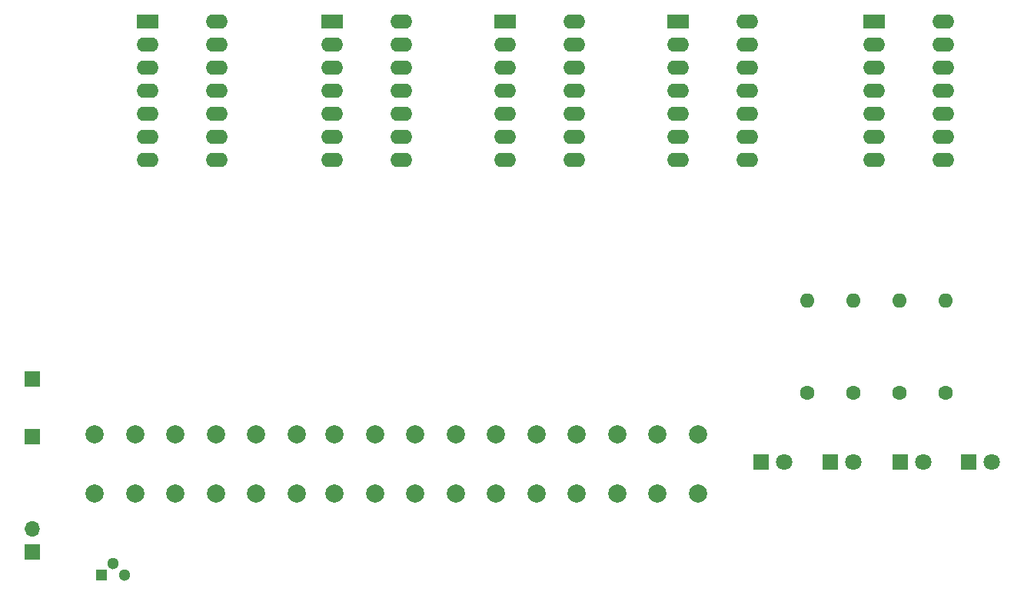
<source format=gbr>
%TF.GenerationSoftware,KiCad,Pcbnew,7.0.9*%
%TF.CreationDate,2023-12-29T15:51:13+11:00*%
%TF.ProjectId,cpu,6370752e-6b69-4636-9164-5f7063625858,rev?*%
%TF.SameCoordinates,Original*%
%TF.FileFunction,Soldermask,Bot*%
%TF.FilePolarity,Negative*%
%FSLAX46Y46*%
G04 Gerber Fmt 4.6, Leading zero omitted, Abs format (unit mm)*
G04 Created by KiCad (PCBNEW 7.0.9) date 2023-12-29 15:51:13*
%MOMM*%
%LPD*%
G01*
G04 APERTURE LIST*
%ADD10C,1.600000*%
%ADD11O,1.600000X1.600000*%
%ADD12C,2.000000*%
%ADD13R,1.800000X1.800000*%
%ADD14C,1.800000*%
%ADD15R,2.400000X1.600000*%
%ADD16O,2.400000X1.600000*%
%ADD17R,1.700000X1.700000*%
%ADD18O,1.700000X1.700000*%
%ADD19R,1.300000X1.300000*%
%ADD20C,1.300000*%
G04 APERTURE END LIST*
D10*
%TO.C,R3*%
X166624000Y-132334000D03*
D11*
X166624000Y-122174000D03*
%TD*%
D12*
%TO.C,SW8*%
X144454000Y-143458000D03*
X144454000Y-136958000D03*
X139954000Y-143458000D03*
X139954000Y-136958000D03*
%TD*%
%TO.C,SW7*%
X135564000Y-143458000D03*
X135564000Y-136958000D03*
X131064000Y-143458000D03*
X131064000Y-136958000D03*
%TD*%
%TO.C,SW6*%
X122174000Y-136958000D03*
X122174000Y-143458000D03*
X126674000Y-136958000D03*
X126674000Y-143458000D03*
%TD*%
%TO.C,SW5*%
X117784000Y-143458000D03*
X117784000Y-136958000D03*
X113284000Y-143458000D03*
X113284000Y-136958000D03*
%TD*%
%TO.C,SW4*%
X104394000Y-136958000D03*
X104394000Y-143458000D03*
X108894000Y-136958000D03*
X108894000Y-143458000D03*
%TD*%
%TO.C,SW3*%
X95794000Y-136958000D03*
X95794000Y-143458000D03*
X100294000Y-136958000D03*
X100294000Y-143458000D03*
%TD*%
%TO.C,SW2*%
X86904000Y-136958000D03*
X86904000Y-143458000D03*
X91404000Y-136958000D03*
X91404000Y-143458000D03*
%TD*%
%TO.C,SW1*%
X78014000Y-136958000D03*
X78014000Y-143458000D03*
X82514000Y-136958000D03*
X82514000Y-143458000D03*
%TD*%
D13*
%TO.C,D2*%
X159004000Y-139954000D03*
D14*
X161544000Y-139954000D03*
%TD*%
D15*
%TO.C,U4*%
X142240000Y-91440000D03*
D16*
X142240000Y-93980000D03*
X142240000Y-96520000D03*
X142240000Y-99060000D03*
X142240000Y-101600000D03*
X142240000Y-104140000D03*
X142240000Y-106680000D03*
X149860000Y-106680000D03*
X149860000Y-104140000D03*
X149860000Y-101600000D03*
X149860000Y-99060000D03*
X149860000Y-96520000D03*
X149860000Y-93980000D03*
X149860000Y-91440000D03*
%TD*%
D17*
%TO.C,J2*%
X71120000Y-137160000D03*
%TD*%
D15*
%TO.C,U5*%
X163840000Y-91435000D03*
D16*
X163840000Y-93975000D03*
X163840000Y-96515000D03*
X163840000Y-99055000D03*
X163840000Y-101595000D03*
X163840000Y-104135000D03*
X163840000Y-106675000D03*
X171460000Y-106675000D03*
X171460000Y-104135000D03*
X171460000Y-101595000D03*
X171460000Y-99055000D03*
X171460000Y-96515000D03*
X171460000Y-93975000D03*
X171460000Y-91435000D03*
%TD*%
D13*
%TO.C,D1*%
X151384000Y-139954000D03*
D14*
X153924000Y-139954000D03*
%TD*%
D17*
%TO.C,BT1*%
X71120000Y-149860000D03*
D18*
X71120000Y-147320000D03*
%TD*%
D10*
%TO.C,R1*%
X156464000Y-132334000D03*
D11*
X156464000Y-122174000D03*
%TD*%
D19*
%TO.C,U6*%
X78740000Y-152400000D03*
D20*
X80010000Y-151130000D03*
X81280000Y-152400000D03*
%TD*%
D17*
%TO.C,J1*%
X71120000Y-130810000D03*
%TD*%
D15*
%TO.C,U1*%
X83820000Y-91440000D03*
D16*
X83820000Y-93980000D03*
X83820000Y-96520000D03*
X83820000Y-99060000D03*
X83820000Y-101600000D03*
X83820000Y-104140000D03*
X83820000Y-106680000D03*
X91440000Y-106680000D03*
X91440000Y-104140000D03*
X91440000Y-101600000D03*
X91440000Y-99060000D03*
X91440000Y-96520000D03*
X91440000Y-93980000D03*
X91440000Y-91440000D03*
%TD*%
D13*
%TO.C,D4*%
X174244000Y-139954000D03*
D14*
X176784000Y-139954000D03*
%TD*%
D15*
%TO.C,U2*%
X104140000Y-91440000D03*
D16*
X104140000Y-93980000D03*
X104140000Y-96520000D03*
X104140000Y-99060000D03*
X104140000Y-101600000D03*
X104140000Y-104140000D03*
X104140000Y-106680000D03*
X111760000Y-106680000D03*
X111760000Y-104140000D03*
X111760000Y-101600000D03*
X111760000Y-99060000D03*
X111760000Y-96520000D03*
X111760000Y-93980000D03*
X111760000Y-91440000D03*
%TD*%
D15*
%TO.C,U3*%
X123200000Y-91435000D03*
D16*
X123200000Y-93975000D03*
X123200000Y-96515000D03*
X123200000Y-99055000D03*
X123200000Y-101595000D03*
X123200000Y-104135000D03*
X123200000Y-106675000D03*
X130820000Y-106675000D03*
X130820000Y-104135000D03*
X130820000Y-101595000D03*
X130820000Y-99055000D03*
X130820000Y-96515000D03*
X130820000Y-93975000D03*
X130820000Y-91435000D03*
%TD*%
D10*
%TO.C,R4*%
X171704000Y-132334000D03*
D11*
X171704000Y-122174000D03*
%TD*%
D13*
%TO.C,D3*%
X166744000Y-139954000D03*
D14*
X169284000Y-139954000D03*
%TD*%
D10*
%TO.C,R2*%
X161544000Y-132334000D03*
D11*
X161544000Y-122174000D03*
%TD*%
M02*

</source>
